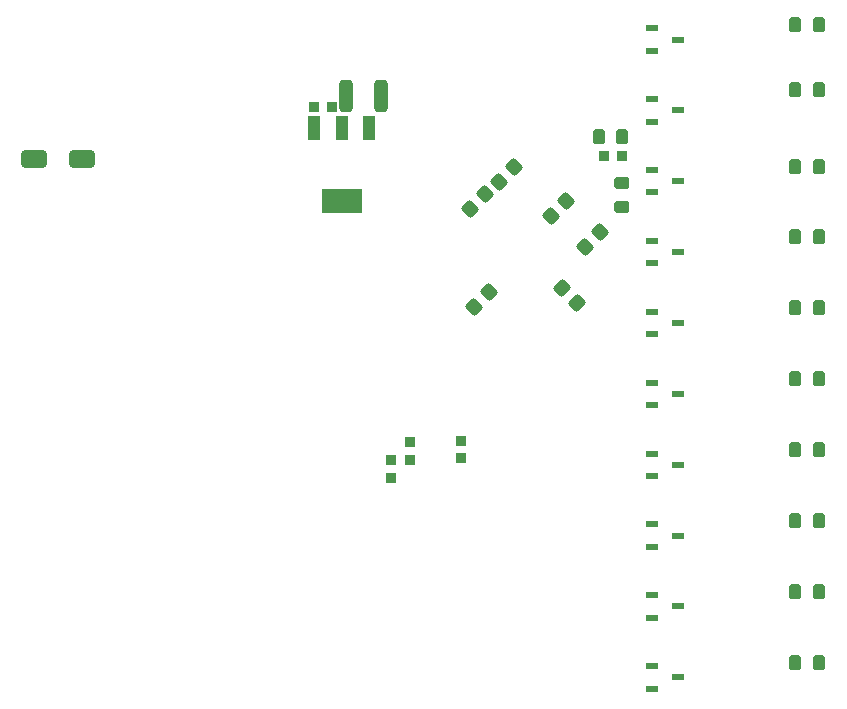
<source format=gbp>
G04*
G04 #@! TF.GenerationSoftware,Altium Limited,Altium Designer,21.8.1 (53)*
G04*
G04 Layer_Color=128*
%FSLAX25Y25*%
%MOIN*%
G70*
G04*
G04 #@! TF.SameCoordinates,15BDF6F2-E804-41EB-80EB-1D885EA959A2*
G04*
G04*
G04 #@! TF.FilePolarity,Positive*
G04*
G01*
G75*
G04:AMPARAMS|DCode=19|XSize=50mil|YSize=37.4mil|CornerRadius=5.61mil|HoleSize=0mil|Usage=FLASHONLY|Rotation=180.000|XOffset=0mil|YOffset=0mil|HoleType=Round|Shape=RoundedRectangle|*
%AMROUNDEDRECTD19*
21,1,0.05000,0.02618,0,0,180.0*
21,1,0.03878,0.03740,0,0,180.0*
1,1,0.01122,-0.01939,0.01309*
1,1,0.01122,0.01939,0.01309*
1,1,0.01122,0.01939,-0.01309*
1,1,0.01122,-0.01939,-0.01309*
%
%ADD19ROUNDEDRECTD19*%
G04:AMPARAMS|DCode=21|XSize=50mil|YSize=37.4mil|CornerRadius=5.61mil|HoleSize=0mil|Usage=FLASHONLY|Rotation=270.000|XOffset=0mil|YOffset=0mil|HoleType=Round|Shape=RoundedRectangle|*
%AMROUNDEDRECTD21*
21,1,0.05000,0.02618,0,0,270.0*
21,1,0.03878,0.03740,0,0,270.0*
1,1,0.01122,-0.01309,-0.01939*
1,1,0.01122,-0.01309,0.01939*
1,1,0.01122,0.01309,0.01939*
1,1,0.01122,0.01309,-0.01939*
%
%ADD21ROUNDEDRECTD21*%
G04:AMPARAMS|DCode=30|XSize=86.61mil|YSize=61.02mil|CornerRadius=15.26mil|HoleSize=0mil|Usage=FLASHONLY|Rotation=0.000|XOffset=0mil|YOffset=0mil|HoleType=Round|Shape=RoundedRectangle|*
%AMROUNDEDRECTD30*
21,1,0.08661,0.03051,0,0,0.0*
21,1,0.05610,0.06102,0,0,0.0*
1,1,0.03051,0.02805,-0.01526*
1,1,0.03051,-0.02805,-0.01526*
1,1,0.03051,-0.02805,0.01526*
1,1,0.03051,0.02805,0.01526*
%
%ADD30ROUNDEDRECTD30*%
%ADD92R,0.04331X0.02362*%
%ADD93R,0.13780X0.08465*%
%ADD94R,0.04331X0.08465*%
%ADD95R,0.04331X0.08465*%
G04:AMPARAMS|DCode=96|XSize=50mil|YSize=45.28mil|CornerRadius=6.79mil|HoleSize=0mil|Usage=FLASHONLY|Rotation=135.000|XOffset=0mil|YOffset=0mil|HoleType=Round|Shape=RoundedRectangle|*
%AMROUNDEDRECTD96*
21,1,0.05000,0.03169,0,0,135.0*
21,1,0.03642,0.04528,0,0,135.0*
1,1,0.01358,-0.00167,0.02408*
1,1,0.01358,0.02408,-0.00167*
1,1,0.01358,0.00167,-0.02408*
1,1,0.01358,-0.02408,0.00167*
%
%ADD96ROUNDEDRECTD96*%
G04:AMPARAMS|DCode=97|XSize=50mil|YSize=45.28mil|CornerRadius=6.79mil|HoleSize=0mil|Usage=FLASHONLY|Rotation=225.000|XOffset=0mil|YOffset=0mil|HoleType=Round|Shape=RoundedRectangle|*
%AMROUNDEDRECTD97*
21,1,0.05000,0.03169,0,0,225.0*
21,1,0.03642,0.04528,0,0,225.0*
1,1,0.01358,-0.02408,-0.00167*
1,1,0.01358,0.00167,0.02408*
1,1,0.01358,0.02408,0.00167*
1,1,0.01358,-0.00167,-0.02408*
%
%ADD97ROUNDEDRECTD97*%
G04:AMPARAMS|DCode=98|XSize=35.43mil|YSize=35.43mil|CornerRadius=5.32mil|HoleSize=0mil|Usage=FLASHONLY|Rotation=180.000|XOffset=0mil|YOffset=0mil|HoleType=Round|Shape=RoundedRectangle|*
%AMROUNDEDRECTD98*
21,1,0.03543,0.02480,0,0,180.0*
21,1,0.02480,0.03543,0,0,180.0*
1,1,0.01063,-0.01240,0.01240*
1,1,0.01063,0.01240,0.01240*
1,1,0.01063,0.01240,-0.01240*
1,1,0.01063,-0.01240,-0.01240*
%
%ADD98ROUNDEDRECTD98*%
G04:AMPARAMS|DCode=99|XSize=35.43mil|YSize=35.43mil|CornerRadius=5.32mil|HoleSize=0mil|Usage=FLASHONLY|Rotation=270.000|XOffset=0mil|YOffset=0mil|HoleType=Round|Shape=RoundedRectangle|*
%AMROUNDEDRECTD99*
21,1,0.03543,0.02480,0,0,270.0*
21,1,0.02480,0.03543,0,0,270.0*
1,1,0.01063,-0.01240,-0.01240*
1,1,0.01063,-0.01240,0.01240*
1,1,0.01063,0.01240,0.01240*
1,1,0.01063,0.01240,-0.01240*
%
%ADD99ROUNDEDRECTD99*%
G04:AMPARAMS|DCode=100|XSize=106.3mil|YSize=45.28mil|CornerRadius=11.32mil|HoleSize=0mil|Usage=FLASHONLY|Rotation=90.000|XOffset=0mil|YOffset=0mil|HoleType=Round|Shape=RoundedRectangle|*
%AMROUNDEDRECTD100*
21,1,0.10630,0.02264,0,0,90.0*
21,1,0.08366,0.04528,0,0,90.0*
1,1,0.02264,0.01132,0.04183*
1,1,0.02264,0.01132,-0.04183*
1,1,0.02264,-0.01132,-0.04183*
1,1,0.02264,-0.01132,0.04183*
%
%ADD100ROUNDEDRECTD100*%
D19*
X450295Y280807D02*
D03*
Y288681D02*
D03*
D21*
X442323Y304035D02*
D03*
X450197D02*
D03*
X507874Y128937D02*
D03*
X515748D02*
D03*
X507874Y319882D02*
D03*
X515748D02*
D03*
X507874Y341535D02*
D03*
X515748D02*
D03*
X507874Y294291D02*
D03*
X515748D02*
D03*
X507874Y270669D02*
D03*
X515748D02*
D03*
X507874Y247047D02*
D03*
X515748D02*
D03*
X507874Y223425D02*
D03*
X515748D02*
D03*
X507874Y199803D02*
D03*
X515748D02*
D03*
X507874Y176181D02*
D03*
X515748D02*
D03*
X507874Y152559D02*
D03*
X515748D02*
D03*
D30*
X254134Y296850D02*
D03*
X270276D02*
D03*
D92*
X468898Y124016D02*
D03*
X460236Y127756D02*
D03*
Y120276D02*
D03*
X468898Y147638D02*
D03*
X460236Y151378D02*
D03*
Y143898D02*
D03*
X468898Y171260D02*
D03*
X460236Y175000D02*
D03*
Y167520D02*
D03*
X468898Y194882D02*
D03*
X460236Y198622D02*
D03*
Y191142D02*
D03*
X468898Y218504D02*
D03*
X460236Y222244D02*
D03*
Y214764D02*
D03*
X468898Y242126D02*
D03*
X460236Y245866D02*
D03*
Y238386D02*
D03*
X468898Y265748D02*
D03*
X460236Y269488D02*
D03*
Y262008D02*
D03*
X468898Y289370D02*
D03*
X460236Y293110D02*
D03*
Y285630D02*
D03*
X468898Y312992D02*
D03*
X460236Y316732D02*
D03*
Y309252D02*
D03*
X468898Y336614D02*
D03*
X460236Y340354D02*
D03*
Y332874D02*
D03*
D93*
X356693Y282677D02*
D03*
D94*
X365748Y307087D02*
D03*
X347638D02*
D03*
D95*
X356693D02*
D03*
D96*
X414120Y294229D02*
D03*
X405700Y252452D02*
D03*
X437849Y267573D02*
D03*
X426530Y277711D02*
D03*
X399472Y280073D02*
D03*
X409109Y289218D02*
D03*
X442860Y272584D02*
D03*
X431541Y282722D02*
D03*
X404483Y285084D02*
D03*
X400689Y247441D02*
D03*
D97*
X430172Y253884D02*
D03*
X435183Y248872D02*
D03*
D98*
X373130Y196358D02*
D03*
X379331Y202362D02*
D03*
X396358Y202953D02*
D03*
X379331Y196457D02*
D03*
X373130Y190453D02*
D03*
X396358Y197047D02*
D03*
D99*
X444291Y297933D02*
D03*
X353346Y314173D02*
D03*
X450197Y297933D02*
D03*
X347441Y314173D02*
D03*
D100*
X358167Y317728D02*
D03*
X369978D02*
D03*
M02*

</source>
